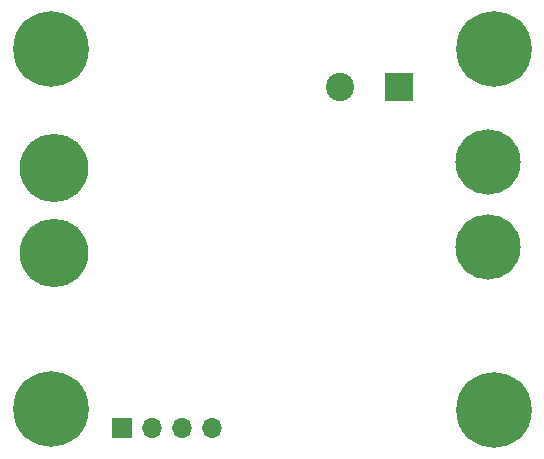
<source format=gbr>
%TF.GenerationSoftware,KiCad,Pcbnew,8.0.6*%
%TF.CreationDate,2024-11-07T10:06:34+11:00*%
%TF.ProjectId,mppt-board,6d707074-2d62-46f6-9172-642e6b696361,rev?*%
%TF.SameCoordinates,Original*%
%TF.FileFunction,Soldermask,Bot*%
%TF.FilePolarity,Negative*%
%FSLAX46Y46*%
G04 Gerber Fmt 4.6, Leading zero omitted, Abs format (unit mm)*
G04 Created by KiCad (PCBNEW 8.0.6) date 2024-11-07 10:06:34*
%MOMM*%
%LPD*%
G01*
G04 APERTURE LIST*
%ADD10C,5.800000*%
%ADD11C,6.400000*%
%ADD12R,2.400000X2.400000*%
%ADD13C,2.400000*%
%ADD14R,1.700000X1.700000*%
%ADD15O,1.700000X1.700000*%
%ADD16C,5.520000*%
G04 APERTURE END LIST*
D10*
%TO.C,U4*%
X66800000Y-64100000D03*
X66800000Y-71300000D03*
%TD*%
D11*
%TO.C,H3*%
X66500000Y-84500000D03*
%TD*%
D12*
%TO.C,C2*%
X96000000Y-57200000D03*
D13*
X91000000Y-57200000D03*
%TD*%
D11*
%TO.C,H2*%
X104000000Y-54000000D03*
%TD*%
D14*
%TO.C,J2*%
X72520000Y-86100000D03*
D15*
X75060000Y-86100000D03*
X77600000Y-86100000D03*
X80140000Y-86100000D03*
%TD*%
D11*
%TO.C,H1*%
X66500000Y-54000000D03*
%TD*%
%TO.C,H4*%
X104000000Y-84600000D03*
%TD*%
D16*
%TO.C,U5*%
X103500000Y-70800000D03*
X103500000Y-63600000D03*
%TD*%
M02*

</source>
